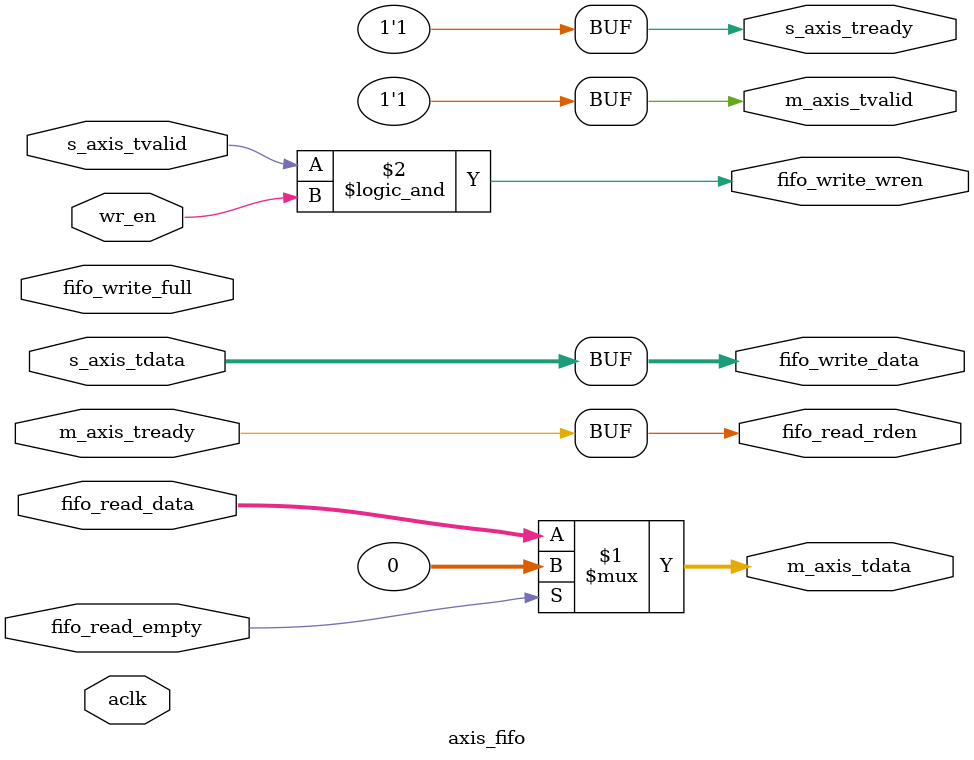
<source format=v>

`timescale 1 ns / 1 ps

module axis_fifo #
(
  parameter integer S_AXIS_TDATA_WIDTH = 32,
  parameter integer M_AXIS_TDATA_WIDTH = 32
)
(
  // System signals
  input  wire                          aclk,
  input  wire                          wr_en,

  // Slave side
  output wire                          s_axis_tready,
  input  wire [S_AXIS_TDATA_WIDTH-1:0] s_axis_tdata,
  input  wire                          s_axis_tvalid,

  // Master side
  input  wire                          m_axis_tready,
  output wire [M_AXIS_TDATA_WIDTH-1:0] m_axis_tdata,
  output wire                          m_axis_tvalid,

  // FIFO_WRITE port
  input  wire                          fifo_write_full,
  output wire [S_AXIS_TDATA_WIDTH-1:0] fifo_write_data,
  output wire                          fifo_write_wren,

  // FIFO_READ port
  input  wire                          fifo_read_empty,
  input  wire [M_AXIS_TDATA_WIDTH-1:0] fifo_read_data,
  output wire                          fifo_read_rden
);

  assign m_axis_tdata = fifo_read_empty ? {(M_AXIS_TDATA_WIDTH){1'b0}} : fifo_read_data;
  assign m_axis_tvalid = 1'b1;

  assign s_axis_tready = 1'b1;

  assign fifo_read_rden = m_axis_tready;

  assign fifo_write_data = s_axis_tdata;
  assign fifo_write_wren = s_axis_tvalid && wr_en;

endmodule

</source>
